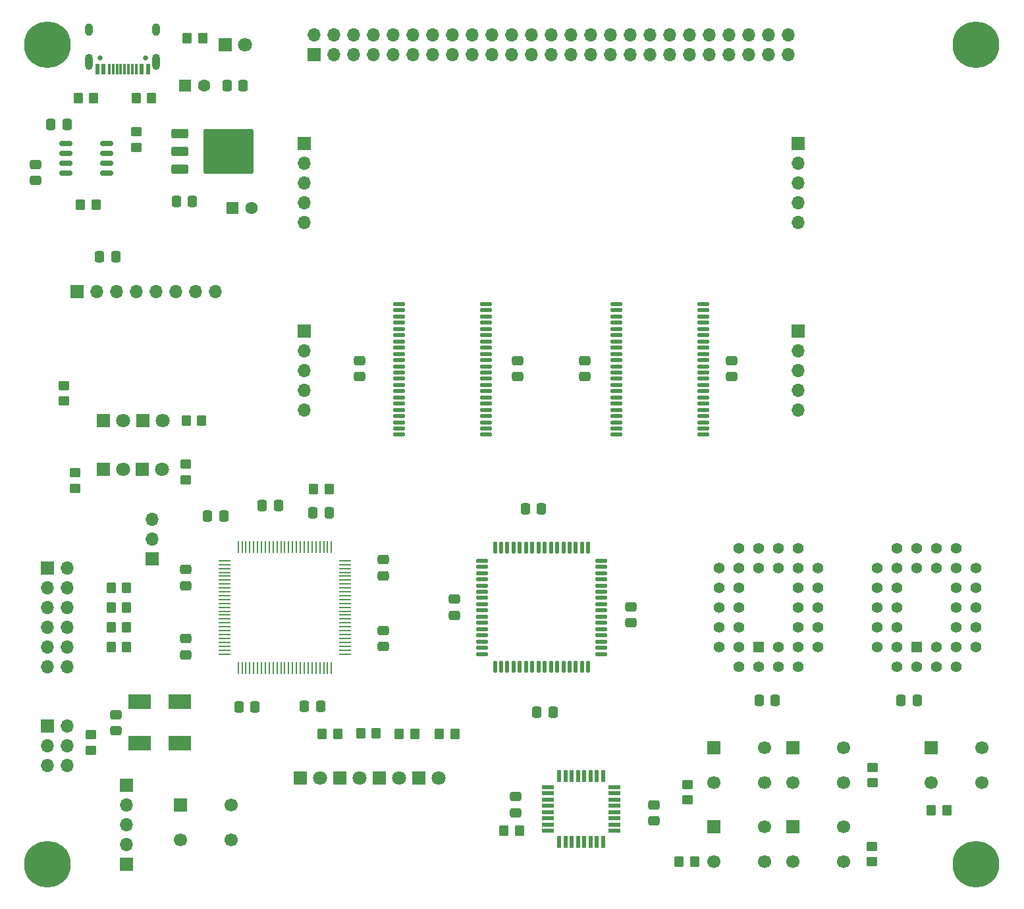
<source format=gbr>
G04 #@! TF.GenerationSoftware,KiCad,Pcbnew,7.0.7*
G04 #@! TF.CreationDate,2023-11-19T17:38:18+09:00*
G04 #@! TF.ProjectId,Pixy-68000,50697879-2d36-4383-9030-302e6b696361,rev?*
G04 #@! TF.SameCoordinates,Original*
G04 #@! TF.FileFunction,Soldermask,Top*
G04 #@! TF.FilePolarity,Negative*
%FSLAX46Y46*%
G04 Gerber Fmt 4.6, Leading zero omitted, Abs format (unit mm)*
G04 Created by KiCad (PCBNEW 7.0.7) date 2023-11-19 17:38:18*
%MOMM*%
%LPD*%
G01*
G04 APERTURE LIST*
G04 Aperture macros list*
%AMRoundRect*
0 Rectangle with rounded corners*
0 $1 Rounding radius*
0 $2 $3 $4 $5 $6 $7 $8 $9 X,Y pos of 4 corners*
0 Add a 4 corners polygon primitive as box body*
4,1,4,$2,$3,$4,$5,$6,$7,$8,$9,$2,$3,0*
0 Add four circle primitives for the rounded corners*
1,1,$1+$1,$2,$3*
1,1,$1+$1,$4,$5*
1,1,$1+$1,$6,$7*
1,1,$1+$1,$8,$9*
0 Add four rect primitives between the rounded corners*
20,1,$1+$1,$2,$3,$4,$5,0*
20,1,$1+$1,$4,$5,$6,$7,0*
20,1,$1+$1,$6,$7,$8,$9,0*
20,1,$1+$1,$8,$9,$2,$3,0*%
G04 Aperture macros list end*
%ADD10RoundRect,0.250000X0.450000X-0.350000X0.450000X0.350000X-0.450000X0.350000X-0.450000X-0.350000X0*%
%ADD11R,1.800000X1.800000*%
%ADD12C,1.800000*%
%ADD13RoundRect,0.250000X-0.350000X-0.450000X0.350000X-0.450000X0.350000X0.450000X-0.350000X0.450000X0*%
%ADD14RoundRect,0.250000X-0.337500X-0.475000X0.337500X-0.475000X0.337500X0.475000X-0.337500X0.475000X0*%
%ADD15R,1.700000X1.700000*%
%ADD16C,1.700000*%
%ADD17RoundRect,0.250000X-0.475000X0.337500X-0.475000X-0.337500X0.475000X-0.337500X0.475000X0.337500X0*%
%ADD18C,6.000000*%
%ADD19O,1.700000X1.700000*%
%ADD20RoundRect,0.250000X0.337500X0.475000X-0.337500X0.475000X-0.337500X-0.475000X0.337500X-0.475000X0*%
%ADD21RoundRect,0.150000X-0.675000X-0.150000X0.675000X-0.150000X0.675000X0.150000X-0.675000X0.150000X0*%
%ADD22C,0.650000*%
%ADD23R,0.600000X1.450000*%
%ADD24R,0.300000X1.450000*%
%ADD25O,1.000000X2.100000*%
%ADD26O,1.000000X1.600000*%
%ADD27RoundRect,0.250000X-0.450000X0.350000X-0.450000X-0.350000X0.450000X-0.350000X0.450000X0.350000X0*%
%ADD28R,3.000000X1.980000*%
%ADD29R,1.562100X0.279400*%
%ADD30R,0.279400X1.562100*%
%ADD31RoundRect,0.250000X0.350000X0.450000X-0.350000X0.450000X-0.350000X-0.450000X0.350000X-0.450000X0*%
%ADD32RoundRect,0.250000X0.475000X-0.337500X0.475000X0.337500X-0.475000X0.337500X-0.475000X-0.337500X0*%
%ADD33R,1.600000X1.600000*%
%ADD34C,1.600000*%
%ADD35R,1.600000X0.550000*%
%ADD36R,0.550000X1.600000*%
%ADD37R,1.422400X1.422400*%
%ADD38C,1.422400*%
%ADD39RoundRect,0.250000X-0.850000X-0.350000X0.850000X-0.350000X0.850000X0.350000X-0.850000X0.350000X0*%
%ADD40RoundRect,0.249997X-2.950003X-2.650003X2.950003X-2.650003X2.950003X2.650003X-2.950003X2.650003X0*%
%ADD41RoundRect,0.137500X-0.625000X-0.137500X0.625000X-0.137500X0.625000X0.137500X-0.625000X0.137500X0*%
%ADD42RoundRect,0.137500X-0.612500X-0.137500X0.612500X-0.137500X0.612500X0.137500X-0.612500X0.137500X0*%
%ADD43RoundRect,0.137500X-0.137500X-0.612500X0.137500X-0.612500X0.137500X0.612500X-0.137500X0.612500X0*%
G04 APERTURE END LIST*
D10*
X112741487Y-127637285D03*
X112741487Y-125637285D03*
D11*
X68018960Y-124830501D03*
D12*
X70558960Y-124830501D03*
D13*
X34670712Y-51102935D03*
X36670712Y-51102935D03*
D11*
X37596046Y-78870000D03*
D12*
X40136046Y-78870000D03*
D14*
X53525591Y-35782885D03*
X55600591Y-35782885D03*
D11*
X62938960Y-124830501D03*
D12*
X65478960Y-124830501D03*
D15*
X126290000Y-120940000D03*
D16*
X132790000Y-120940000D03*
X126290000Y-125440000D03*
X132790000Y-125440000D03*
D10*
X41843996Y-43720027D03*
X41843996Y-41720027D03*
D17*
X70590000Y-71112500D03*
X70590000Y-73187500D03*
D18*
X149860000Y-30480000D03*
D14*
X91905000Y-90170000D03*
X93980000Y-90170000D03*
D15*
X64770000Y-31750000D03*
D19*
X64770000Y-29210000D03*
X67310000Y-31750000D03*
X67310000Y-29210000D03*
X69850000Y-31750000D03*
X69850000Y-29210000D03*
X72390000Y-31750000D03*
X72390000Y-29210000D03*
X74930000Y-31750000D03*
X74930000Y-29210000D03*
X77470000Y-31750000D03*
X77470000Y-29210000D03*
X80010000Y-31750000D03*
X80010000Y-29210000D03*
X82550000Y-31750000D03*
X82550000Y-29210000D03*
X85090000Y-31750000D03*
X85090000Y-29210000D03*
X87630000Y-31750000D03*
X87630000Y-29210000D03*
X90170000Y-31750000D03*
X90170000Y-29210000D03*
X92710000Y-31750000D03*
X92710000Y-29210000D03*
X95250000Y-31750000D03*
X95250000Y-29210000D03*
X97790000Y-31750000D03*
X97790000Y-29210000D03*
X100330000Y-31750000D03*
X100330000Y-29210000D03*
X102870000Y-31750000D03*
X102870000Y-29210000D03*
X105410000Y-31750000D03*
X105410000Y-29210000D03*
X107950000Y-31750000D03*
X107950000Y-29210000D03*
X110490000Y-31750000D03*
X110490000Y-29210000D03*
X113030000Y-31750000D03*
X113030000Y-29210000D03*
X115570000Y-31750000D03*
X115570000Y-29210000D03*
X118110000Y-31750000D03*
X118110000Y-29210000D03*
X120650000Y-31750000D03*
X120650000Y-29210000D03*
X123190000Y-31750000D03*
X123190000Y-29210000D03*
X125730000Y-31750000D03*
X125730000Y-29210000D03*
D14*
X37136145Y-57769320D03*
X39211145Y-57769320D03*
D20*
X142253007Y-114872441D03*
X140178007Y-114872441D03*
X95462968Y-116398828D03*
X93387968Y-116398828D03*
D21*
X32850000Y-43175364D03*
X32850000Y-44445364D03*
X32850000Y-45715364D03*
X32850000Y-46985364D03*
X38100000Y-46985364D03*
X38100000Y-45715364D03*
X38100000Y-44445364D03*
X38100000Y-43175364D03*
D13*
X38640000Y-105410000D03*
X40640000Y-105410000D03*
D17*
X39217195Y-116676503D03*
X39217195Y-118751503D03*
D15*
X30480000Y-118110000D03*
D19*
X33020000Y-118110000D03*
X30480000Y-120650000D03*
X33020000Y-120650000D03*
X30480000Y-123190000D03*
X33020000Y-123190000D03*
D11*
X73098960Y-124830501D03*
D12*
X75638960Y-124830501D03*
D22*
X43016384Y-32194319D03*
X37236384Y-32194319D03*
D23*
X43376384Y-33639319D03*
X42576384Y-33639319D03*
D24*
X41376384Y-33639319D03*
X40376384Y-33639319D03*
X39876384Y-33639319D03*
X38876384Y-33639319D03*
D23*
X37676384Y-33639319D03*
X36876384Y-33639319D03*
X36876384Y-33639319D03*
X37676384Y-33639319D03*
D24*
X38376384Y-33639319D03*
X39376384Y-33639319D03*
X40876384Y-33639319D03*
X41876384Y-33639319D03*
D23*
X42576384Y-33639319D03*
X43376384Y-33639319D03*
D25*
X44446384Y-32724319D03*
D26*
X44446384Y-28544319D03*
D25*
X35806384Y-32724319D03*
D26*
X35806384Y-28544319D03*
D14*
X47020464Y-50628642D03*
X49095464Y-50628642D03*
D11*
X53340000Y-30475364D03*
D12*
X55880000Y-30475364D03*
D13*
X38640000Y-102870000D03*
X40640000Y-102870000D03*
D27*
X136489299Y-123452879D03*
X136489299Y-125452879D03*
D10*
X32516046Y-76330000D03*
X32516046Y-74330000D03*
D17*
X99567500Y-71112500D03*
X99567500Y-73187500D03*
D15*
X40640000Y-135890000D03*
X40640000Y-125730000D03*
D19*
X40640000Y-133350000D03*
X40640000Y-130810000D03*
X40640000Y-128270000D03*
D27*
X34036904Y-85535235D03*
X34036904Y-87535235D03*
D11*
X42676046Y-78870000D03*
D12*
X45216046Y-78870000D03*
D28*
X42272272Y-115045704D03*
X42272272Y-120305704D03*
X47472272Y-120305704D03*
X47472272Y-115045704D03*
D18*
X149860000Y-135890000D03*
D29*
X53181250Y-96869999D03*
X53181250Y-97370001D03*
X53181250Y-97870000D03*
X53181250Y-98369999D03*
X53181250Y-98870000D03*
X53181250Y-99369999D03*
X53181250Y-99870001D03*
X53181250Y-100370000D03*
X53181250Y-100869999D03*
X53181250Y-101370000D03*
X53181250Y-101869999D03*
X53181250Y-102369998D03*
X53181250Y-102870000D03*
X53181250Y-103369999D03*
X53181250Y-103870001D03*
X53181250Y-104370000D03*
X53181250Y-104869999D03*
X53181250Y-105370000D03*
X53181250Y-105869999D03*
X53181250Y-106370001D03*
X53181250Y-106870000D03*
X53181250Y-107369999D03*
X53181250Y-107870000D03*
X53181250Y-108369999D03*
X53181250Y-108870001D03*
D30*
X54959999Y-110648750D03*
X55460001Y-110648750D03*
X55960000Y-110648750D03*
X56459999Y-110648750D03*
X56960000Y-110648750D03*
X57459999Y-110648750D03*
X57960001Y-110648750D03*
X58460000Y-110648750D03*
X58959999Y-110648750D03*
X59460000Y-110648750D03*
X59959999Y-110648750D03*
X60460001Y-110648750D03*
X60960000Y-110648750D03*
X61459999Y-110648750D03*
X61960001Y-110648750D03*
X62460000Y-110648750D03*
X62960001Y-110648750D03*
X63460000Y-110648750D03*
X63959999Y-110648750D03*
X64460001Y-110648750D03*
X64960000Y-110648750D03*
X65460001Y-110648750D03*
X65960000Y-110648750D03*
X66459999Y-110648750D03*
X66960001Y-110648750D03*
D29*
X68738750Y-108870001D03*
X68738750Y-108369999D03*
X68738750Y-107870000D03*
X68738750Y-107370001D03*
X68738750Y-106870000D03*
X68738750Y-106370001D03*
X68738750Y-105869999D03*
X68738750Y-105370000D03*
X68738750Y-104870001D03*
X68738750Y-104370000D03*
X68738750Y-103870001D03*
X68738750Y-103369999D03*
X68738750Y-102870000D03*
X68738750Y-102370001D03*
X68738750Y-101869999D03*
X68738750Y-101370000D03*
X68738750Y-100869999D03*
X68738750Y-100370000D03*
X68738750Y-99870001D03*
X68738750Y-99369999D03*
X68738750Y-98870000D03*
X68738750Y-98369999D03*
X68738750Y-97870000D03*
X68738750Y-97370001D03*
X68738750Y-96869999D03*
D30*
X66960001Y-95091250D03*
X66459999Y-95091250D03*
X65960000Y-95091250D03*
X65460001Y-95091250D03*
X64960000Y-95091250D03*
X64460001Y-95091250D03*
X63959999Y-95091250D03*
X63460000Y-95091250D03*
X62960001Y-95091250D03*
X62460000Y-95091250D03*
X61960001Y-95091250D03*
X61459999Y-95091250D03*
X60960000Y-95091250D03*
X60460001Y-95091250D03*
X59959999Y-95091250D03*
X59460000Y-95091250D03*
X58959999Y-95091250D03*
X58460000Y-95091250D03*
X57960001Y-95091250D03*
X57459999Y-95091250D03*
X56960000Y-95091250D03*
X56459999Y-95091250D03*
X55960000Y-95091250D03*
X55460001Y-95091250D03*
X54959999Y-95091250D03*
D11*
X78178960Y-124830501D03*
D12*
X80718960Y-124830501D03*
D11*
X37596046Y-85090000D03*
D12*
X40136046Y-85090000D03*
D31*
X146067375Y-129013899D03*
X144067375Y-129013899D03*
D32*
X118385000Y-73187500D03*
X118385000Y-71112500D03*
D27*
X136469889Y-133594922D03*
X136469889Y-135594922D03*
D33*
X54222834Y-51527438D03*
D34*
X56722834Y-51527438D03*
D31*
X91112919Y-131617534D03*
X89112919Y-131617534D03*
X82829012Y-119140172D03*
X80829012Y-119140172D03*
D35*
X94810000Y-126010000D03*
X94810000Y-126810000D03*
X94810000Y-127610000D03*
X94810000Y-128410000D03*
X94810000Y-129210000D03*
X94810000Y-130010000D03*
X94810000Y-130810000D03*
X94810000Y-131610000D03*
D36*
X96260000Y-133060000D03*
X97060000Y-133060000D03*
X97860000Y-133060000D03*
X98660000Y-133060000D03*
X99460000Y-133060000D03*
X100260000Y-133060000D03*
X101060000Y-133060000D03*
X101860000Y-133060000D03*
D35*
X103310000Y-131610000D03*
X103310000Y-130810000D03*
X103310000Y-130010000D03*
X103310000Y-129210000D03*
X103310000Y-128410000D03*
X103310000Y-127610000D03*
X103310000Y-126810000D03*
X103310000Y-126010000D03*
D36*
X101860000Y-124560000D03*
X101060000Y-124560000D03*
X100260000Y-124560000D03*
X99460000Y-124560000D03*
X98660000Y-124560000D03*
X97860000Y-124560000D03*
X97060000Y-124560000D03*
X96260000Y-124560000D03*
D13*
X111660259Y-135605115D03*
X113660259Y-135605115D03*
D15*
X127000000Y-43180000D03*
D19*
X127000000Y-45720000D03*
X127000000Y-48260000D03*
X127000000Y-50800000D03*
X127000000Y-53340000D03*
D14*
X64583052Y-90707643D03*
X66658052Y-90707643D03*
D13*
X38640000Y-100330000D03*
X40640000Y-100330000D03*
D15*
X116130000Y-120940000D03*
D16*
X122630000Y-120940000D03*
X116130000Y-125440000D03*
X122630000Y-125440000D03*
D27*
X36039258Y-119278326D03*
X36039258Y-121278326D03*
D15*
X63500000Y-67310000D03*
D19*
X63500000Y-69850000D03*
X63500000Y-72390000D03*
X63500000Y-74930000D03*
X63500000Y-77470000D03*
D14*
X121947356Y-114838003D03*
X124022356Y-114838003D03*
D17*
X73660000Y-96752500D03*
X73660000Y-98827500D03*
D37*
X121920000Y-107950000D03*
D38*
X124460000Y-110490000D03*
X124460000Y-107950000D03*
X127000000Y-110490000D03*
X129540000Y-107950000D03*
X127000000Y-107950000D03*
X129540000Y-105410000D03*
X127000000Y-105410000D03*
X129540000Y-102870000D03*
X127000000Y-102870000D03*
X129540000Y-100330000D03*
X127000000Y-100330000D03*
X129540000Y-97790000D03*
X127000000Y-95250000D03*
X127000000Y-97790000D03*
X124460000Y-95250000D03*
X124460000Y-97790000D03*
X121920000Y-95250000D03*
X121920000Y-97790000D03*
X119380000Y-95250000D03*
X116840000Y-97790000D03*
X119380000Y-97790000D03*
X116840000Y-100330000D03*
X119380000Y-100330000D03*
X116840000Y-102870000D03*
X119380000Y-102870000D03*
X116840000Y-105410000D03*
X119380000Y-105410000D03*
X116840000Y-107950000D03*
X119380000Y-110490000D03*
X119380000Y-107950000D03*
X121920000Y-110490000D03*
D14*
X58082538Y-89738182D03*
X60157538Y-89738182D03*
D32*
X73660000Y-107926951D03*
X73660000Y-105851951D03*
D15*
X126290000Y-131100000D03*
D16*
X132790000Y-131100000D03*
X126290000Y-135600000D03*
X132790000Y-135600000D03*
D15*
X144070000Y-120940000D03*
D16*
X150570000Y-120940000D03*
X144070000Y-125440000D03*
X150570000Y-125440000D03*
D15*
X127000000Y-67310000D03*
D19*
X127000000Y-69850000D03*
X127000000Y-72390000D03*
X127000000Y-74930000D03*
X127000000Y-77470000D03*
D39*
X47463261Y-41910364D03*
X47463261Y-44190364D03*
X47463261Y-46470364D03*
D40*
X53763261Y-44190364D03*
D32*
X90610000Y-129307500D03*
X90610000Y-127232500D03*
D17*
X48260000Y-98015138D03*
X48260000Y-100090138D03*
D13*
X48381861Y-29642169D03*
X50381861Y-29642169D03*
D11*
X42637252Y-85090000D03*
D12*
X45177252Y-85090000D03*
D32*
X48260000Y-108985274D03*
X48260000Y-106910274D03*
D15*
X47550000Y-128270000D03*
D16*
X54050000Y-128270000D03*
X47550000Y-132770000D03*
X54050000Y-132770000D03*
D33*
X48116413Y-35745747D03*
D34*
X50616413Y-35745747D03*
D31*
X77664083Y-119140172D03*
X75664083Y-119140172D03*
X36402874Y-37365301D03*
X34402874Y-37365301D03*
D27*
X48260000Y-84471802D03*
X48260000Y-86471802D03*
D31*
X67754136Y-119140172D03*
X65754136Y-119140172D03*
D41*
X103632500Y-63870000D03*
X103632500Y-64670000D03*
X103632500Y-65470000D03*
X103632500Y-66270000D03*
X103632500Y-67070000D03*
X103632500Y-67870000D03*
X103632500Y-68670000D03*
X103632500Y-69470000D03*
X103632500Y-70270000D03*
X103632500Y-71070000D03*
X103632500Y-71870000D03*
X103632500Y-72670000D03*
X103632500Y-73470000D03*
X103632500Y-74270000D03*
X103632500Y-75070000D03*
X103632500Y-75870000D03*
X103632500Y-76670000D03*
X103632500Y-77470000D03*
X103632500Y-78270000D03*
X103632500Y-79070000D03*
X103632500Y-79870000D03*
X103632500Y-80670000D03*
X114807500Y-80670000D03*
X114807500Y-79870000D03*
X114807500Y-79070000D03*
X114807500Y-78270000D03*
X114807500Y-77470000D03*
X114807500Y-76670000D03*
X114807500Y-75870000D03*
X114807500Y-75070000D03*
X114807500Y-74270000D03*
X114807500Y-73470000D03*
X114807500Y-72670000D03*
X114807500Y-71870000D03*
X114807500Y-71070000D03*
X114807500Y-70270000D03*
X114807500Y-69470000D03*
X114807500Y-68670000D03*
X114807500Y-67870000D03*
X114807500Y-67070000D03*
X114807500Y-66270000D03*
X114807500Y-65470000D03*
X114807500Y-64670000D03*
X114807500Y-63870000D03*
D18*
X30480000Y-30480000D03*
D17*
X82782500Y-101832500D03*
X82782500Y-103907500D03*
D15*
X116130000Y-131100000D03*
D16*
X122630000Y-131100000D03*
X116130000Y-135600000D03*
X122630000Y-135600000D03*
D13*
X41853579Y-37365301D03*
X43853579Y-37365301D03*
D41*
X75692500Y-63870000D03*
X75692500Y-64670000D03*
X75692500Y-65470000D03*
X75692500Y-66270000D03*
X75692500Y-67070000D03*
X75692500Y-67870000D03*
X75692500Y-68670000D03*
X75692500Y-69470000D03*
X75692500Y-70270000D03*
X75692500Y-71070000D03*
X75692500Y-71870000D03*
X75692500Y-72670000D03*
X75692500Y-73470000D03*
X75692500Y-74270000D03*
X75692500Y-75070000D03*
X75692500Y-75870000D03*
X75692500Y-76670000D03*
X75692500Y-77470000D03*
X75692500Y-78270000D03*
X75692500Y-79070000D03*
X75692500Y-79870000D03*
X75692500Y-80670000D03*
X86867500Y-80670000D03*
X86867500Y-79870000D03*
X86867500Y-79070000D03*
X86867500Y-78270000D03*
X86867500Y-77470000D03*
X86867500Y-76670000D03*
X86867500Y-75870000D03*
X86867500Y-75070000D03*
X86867500Y-74270000D03*
X86867500Y-73470000D03*
X86867500Y-72670000D03*
X86867500Y-71870000D03*
X86867500Y-71070000D03*
X86867500Y-70270000D03*
X86867500Y-69470000D03*
X86867500Y-68670000D03*
X86867500Y-67870000D03*
X86867500Y-67070000D03*
X86867500Y-66270000D03*
X86867500Y-65470000D03*
X86867500Y-64670000D03*
X86867500Y-63870000D03*
D13*
X48283055Y-78849925D03*
X50283055Y-78849925D03*
D32*
X108390000Y-130345000D03*
X108390000Y-128270000D03*
D15*
X43871871Y-96628895D03*
D19*
X43871871Y-94088895D03*
X43871871Y-91548895D03*
D20*
X32963189Y-40782150D03*
X30888189Y-40782150D03*
D15*
X34290000Y-62230000D03*
D19*
X36830000Y-62230000D03*
X39370000Y-62230000D03*
X41910000Y-62230000D03*
X44450000Y-62230000D03*
X46990000Y-62230000D03*
X49530000Y-62230000D03*
X52070000Y-62230000D03*
D37*
X142240000Y-107950000D03*
D38*
X144780000Y-110490000D03*
X144780000Y-107950000D03*
X147320000Y-110490000D03*
X149860000Y-107950000D03*
X147320000Y-107950000D03*
X149860000Y-105410000D03*
X147320000Y-105410000D03*
X149860000Y-102870000D03*
X147320000Y-102870000D03*
X149860000Y-100330000D03*
X147320000Y-100330000D03*
X149860000Y-97790000D03*
X147320000Y-95250000D03*
X147320000Y-97790000D03*
X144780000Y-95250000D03*
X144780000Y-97790000D03*
X142240000Y-95250000D03*
X142240000Y-97790000D03*
X139700000Y-95250000D03*
X137160000Y-97790000D03*
X139700000Y-97790000D03*
X137160000Y-100330000D03*
X139700000Y-100330000D03*
X137160000Y-102870000D03*
X139700000Y-102870000D03*
X137160000Y-105410000D03*
X139700000Y-105410000D03*
X137160000Y-107950000D03*
X139700000Y-110490000D03*
X139700000Y-107950000D03*
X142240000Y-110490000D03*
D31*
X72709110Y-119098181D03*
X70709110Y-119098181D03*
D20*
X53118951Y-91112332D03*
X51043951Y-91112332D03*
D14*
X55069174Y-115673952D03*
X57144174Y-115673952D03*
D42*
X86305000Y-96870000D03*
X86305000Y-97670000D03*
X86305000Y-98470000D03*
X86305000Y-99270000D03*
X86305000Y-100070000D03*
X86305000Y-100870000D03*
X86305000Y-101670000D03*
X86305000Y-102470000D03*
X86305000Y-103270000D03*
X86305000Y-104070000D03*
X86305000Y-104870000D03*
X86305000Y-105670000D03*
X86305000Y-106470000D03*
X86305000Y-107270000D03*
X86305000Y-108070000D03*
X86305000Y-108870000D03*
D43*
X87980000Y-110545000D03*
X88780000Y-110545000D03*
X89580000Y-110545000D03*
X90380000Y-110545000D03*
X91180000Y-110545000D03*
X91980000Y-110545000D03*
X92780000Y-110545000D03*
X93580000Y-110545000D03*
X94380000Y-110545000D03*
X95180000Y-110545000D03*
X95980000Y-110545000D03*
X96780000Y-110545000D03*
X97580000Y-110545000D03*
X98380000Y-110545000D03*
X99180000Y-110545000D03*
X99980000Y-110545000D03*
D42*
X101655000Y-108870000D03*
X101655000Y-108070000D03*
X101655000Y-107270000D03*
X101655000Y-106470000D03*
X101655000Y-105670000D03*
X101655000Y-104870000D03*
X101655000Y-104070000D03*
X101655000Y-103270000D03*
X101655000Y-102470000D03*
X101655000Y-101670000D03*
X101655000Y-100870000D03*
X101655000Y-100070000D03*
X101655000Y-99270000D03*
X101655000Y-98470000D03*
X101655000Y-97670000D03*
X101655000Y-96870000D03*
D43*
X99980000Y-95195000D03*
X99180000Y-95195000D03*
X98380000Y-95195000D03*
X97580000Y-95195000D03*
X96780000Y-95195000D03*
X95980000Y-95195000D03*
X95180000Y-95195000D03*
X94380000Y-95195000D03*
X93580000Y-95195000D03*
X92780000Y-95195000D03*
X91980000Y-95195000D03*
X91180000Y-95195000D03*
X90380000Y-95195000D03*
X89580000Y-95195000D03*
X88780000Y-95195000D03*
X87980000Y-95195000D03*
D18*
X30480000Y-135890000D03*
D17*
X28892704Y-45902259D03*
X28892704Y-47977259D03*
D15*
X30480000Y-97790000D03*
D19*
X33020000Y-97790000D03*
X30480000Y-100330000D03*
X33020000Y-100330000D03*
X30480000Y-102870000D03*
X33020000Y-102870000D03*
X30480000Y-105410000D03*
X33020000Y-105410000D03*
X30480000Y-107950000D03*
X33020000Y-107950000D03*
X30480000Y-110490000D03*
X33020000Y-110490000D03*
D15*
X63500000Y-43180000D03*
D19*
X63500000Y-45720000D03*
X63500000Y-48260000D03*
X63500000Y-50800000D03*
X63500000Y-53340000D03*
D20*
X65550027Y-115570000D03*
X63475027Y-115570000D03*
D32*
X90910000Y-73187500D03*
X90910000Y-71112500D03*
D13*
X64678832Y-87630000D03*
X66678832Y-87630000D03*
D17*
X105418038Y-102808161D03*
X105418038Y-104883161D03*
D13*
X38640000Y-107950000D03*
X40640000Y-107950000D03*
M02*

</source>
